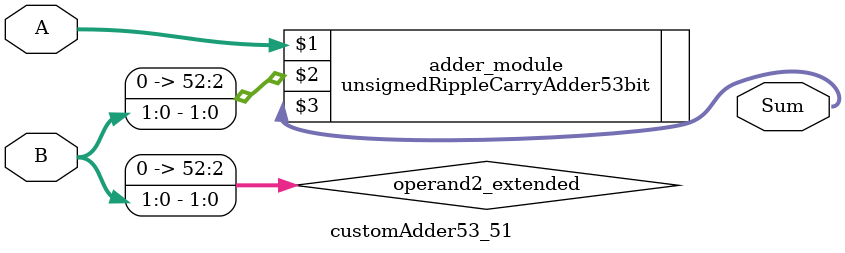
<source format=v>
module customAdder53_51(
                        input [52 : 0] A,
                        input [1 : 0] B,
                        
                        output [53 : 0] Sum
                );

        wire [52 : 0] operand2_extended;
        
        assign operand2_extended =  {51'b0, B};
        
        unsignedRippleCarryAdder53bit adder_module(
            A,
            operand2_extended,
            Sum
        );
        
        endmodule
        
</source>
